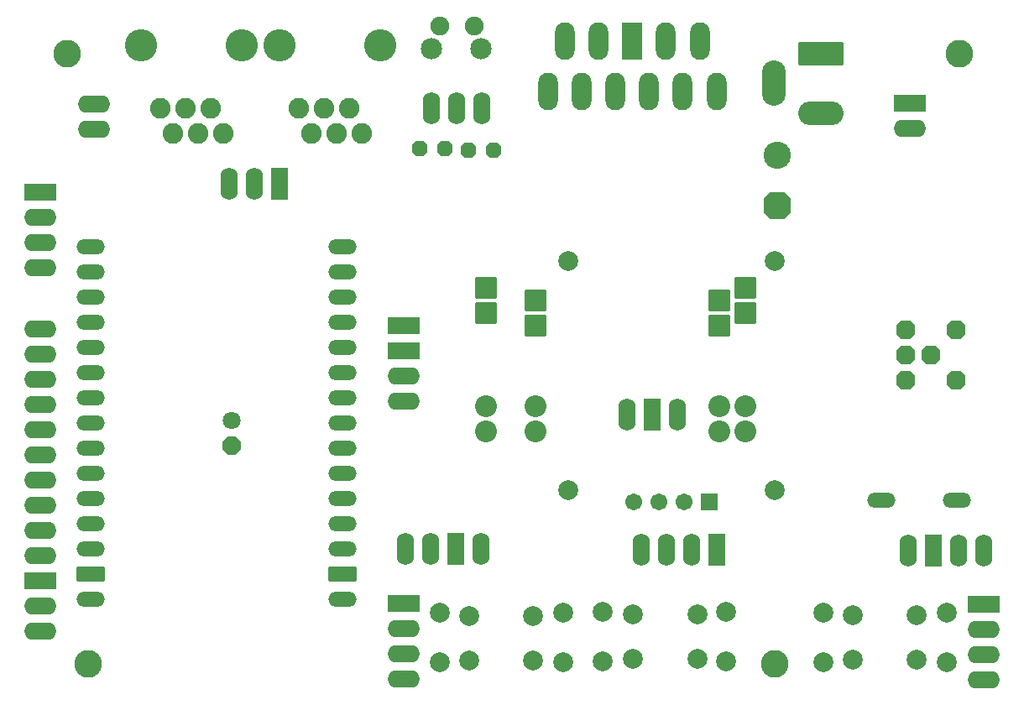
<source format=gts>
G04 #@! TF.GenerationSoftware,KiCad,Pcbnew,8.0.4*
G04 #@! TF.CreationDate,2024-08-22T17:22:31+02:00*
G04 #@! TF.ProjectId,CENTRALE,43454e54-5241-44c4-952e-6b696361645f,rev?*
G04 #@! TF.SameCoordinates,Original*
G04 #@! TF.FileFunction,Soldermask,Top*
G04 #@! TF.FilePolarity,Negative*
%FSLAX46Y46*%
G04 Gerber Fmt 4.6, Leading zero omitted, Abs format (unit mm)*
G04 Created by KiCad (PCBNEW 8.0.4) date 2024-08-22 17:22:31*
%MOMM*%
%LPD*%
G01*
G04 APERTURE LIST*
G04 Aperture macros list*
%AMRoundRect*
0 Rectangle with rounded corners*
0 $1 Rounding radius*
0 $2 $3 $4 $5 $6 $7 $8 $9 X,Y pos of 4 corners*
0 Add a 4 corners polygon primitive as box body*
4,1,4,$2,$3,$4,$5,$6,$7,$8,$9,$2,$3,0*
0 Add four circle primitives for the rounded corners*
1,1,$1+$1,$2,$3*
1,1,$1+$1,$4,$5*
1,1,$1+$1,$6,$7*
1,1,$1+$1,$8,$9*
0 Add four rect primitives between the rounded corners*
20,1,$1+$1,$2,$3,$4,$5,0*
20,1,$1+$1,$4,$5,$6,$7,0*
20,1,$1+$1,$6,$7,$8,$9,0*
20,1,$1+$1,$8,$9,$2,$3,0*%
%AMFreePoly0*
4,1,25,0.389919,0.742596,0.402042,0.732242,0.732242,0.402042,0.760749,0.346094,0.762000,0.330200,0.762000,-0.330200,0.742596,-0.389919,0.732242,-0.402042,0.402042,-0.732242,0.346094,-0.760749,0.330200,-0.762000,-0.330200,-0.762000,-0.389919,-0.742596,-0.402042,-0.732242,-0.732242,-0.402042,-0.760749,-0.346094,-0.762000,-0.330200,-0.762000,0.330200,-0.742596,0.389919,-0.732242,0.402042,
-0.402042,0.732242,-0.346094,0.760749,-0.330200,0.762000,0.330200,0.762000,0.389919,0.742596,0.389919,0.742596,$1*%
%AMFreePoly1*
4,1,25,0.459769,0.882296,0.471892,0.871942,0.871942,0.471892,0.900449,0.415944,0.901700,0.400050,0.901700,-0.400050,0.882296,-0.459769,0.871942,-0.471892,0.471892,-0.871942,0.415944,-0.900449,0.400050,-0.901700,-0.400050,-0.901700,-0.459769,-0.882296,-0.471892,-0.871942,-0.871942,-0.471892,-0.900449,-0.415944,-0.901700,-0.400050,-0.901700,0.400050,-0.882296,0.459769,-0.871942,0.471892,
-0.471892,0.871942,-0.415944,0.900449,-0.400050,0.901700,0.400050,0.901700,0.459769,0.882296,0.459769,0.882296,$1*%
%AMFreePoly2*
4,1,25,0.478819,0.920396,0.490942,0.910042,0.910042,0.490942,0.938549,0.434994,0.939800,0.419100,0.939800,-0.419100,0.920396,-0.478819,0.910042,-0.490942,0.490942,-0.910042,0.434994,-0.938549,0.419100,-0.939800,-0.419100,-0.939800,-0.478819,-0.920396,-0.490942,-0.910042,-0.910042,-0.490942,-0.938549,-0.434994,-0.939800,-0.419100,-0.939800,0.419100,-0.920396,0.478819,-0.910042,0.490942,
-0.490942,0.910042,-0.434994,0.938549,-0.419100,0.939800,0.419100,0.939800,0.478819,0.920396,0.478819,0.920396,$1*%
%AMFreePoly3*
4,1,25,0.694719,1.352196,0.706842,1.341842,1.341842,0.706842,1.370349,0.650894,1.371600,0.635000,1.371600,-0.635000,1.352196,-0.694719,1.341842,-0.706842,0.706842,-1.341842,0.650894,-1.370349,0.635000,-1.371600,-0.635000,-1.371600,-0.694719,-1.352196,-0.706842,-1.341842,-1.341842,-0.706842,-1.370349,-0.650894,-1.371600,-0.635000,-1.371600,0.635000,-1.352196,0.694719,-1.341842,0.706842,
-0.706842,1.341842,-0.650894,1.370349,-0.635000,1.371600,0.635000,1.371600,0.694719,1.352196,0.694719,1.352196,$1*%
G04 Aperture macros list end*
%ADD10C,2.003200*%
%ADD11O,3.251200X1.727200*%
%ADD12RoundRect,0.101600X1.524000X0.762000X-1.524000X0.762000X-1.524000X-0.762000X1.524000X-0.762000X0*%
%ADD13RoundRect,0.101600X-1.524000X-0.762000X1.524000X-0.762000X1.524000X0.762000X-1.524000X0.762000X0*%
%ADD14O,2.844800X1.524000*%
%ADD15RoundRect,0.101600X-1.320800X-0.660400X1.320800X-0.660400X1.320800X0.660400X-1.320800X0.660400X0*%
%ADD16RoundRect,0.101600X-2.184400X-1.092200X2.184400X-1.092200X2.184400X1.092200X-2.184400X1.092200X0*%
%ADD17O,2.387600X4.572000*%
%ADD18O,4.572000X2.387600*%
%ADD19FreePoly0,180.000000*%
%ADD20C,1.803400*%
%ADD21FreePoly1,270.000000*%
%ADD22C,1.903200*%
%ADD23FreePoly2,270.000000*%
%ADD24C,2.800000*%
%ADD25FreePoly0,0.000000*%
%ADD26RoundRect,0.101600X1.000000X1.000000X-1.000000X1.000000X-1.000000X-1.000000X1.000000X-1.000000X0*%
%ADD27C,2.203200*%
%ADD28C,2.743200*%
%ADD29FreePoly3,270.000000*%
%ADD30C,3.251200*%
%ADD31C,2.082800*%
%ADD32C,2.000000*%
%ADD33O,1.727200X3.251200*%
%ADD34RoundRect,0.101600X0.762000X-1.524000X0.762000X1.524000X-0.762000X1.524000X-0.762000X-1.524000X0*%
%ADD35O,2.003200X3.803200*%
%ADD36RoundRect,0.101600X0.900000X-1.800000X0.900000X1.800000X-0.900000X1.800000X-0.900000X-1.800000X0*%
%ADD37RoundRect,0.101600X-0.762000X1.524000X-0.762000X-1.524000X0.762000X-1.524000X0.762000X1.524000X0*%
%ADD38RoundRect,0.101600X0.754000X0.754000X-0.754000X0.754000X-0.754000X-0.754000X0.754000X-0.754000X0*%
%ADD39C,1.711200*%
%ADD40C,2.153200*%
G04 APERTURE END LIST*
D10*
X157552443Y-131675491D03*
X170052443Y-131675491D03*
X157552443Y-136675491D03*
X170052443Y-136675491D03*
X141134134Y-131720000D03*
X153634134Y-131720000D03*
X141134134Y-136720000D03*
X153634134Y-136720000D03*
D11*
X188587106Y-82854891D03*
D12*
X188587106Y-80314891D03*
D11*
X137487234Y-110364094D03*
X137487234Y-107824094D03*
D12*
X137487234Y-105284094D03*
X137487234Y-102744094D03*
D13*
X196003243Y-130868219D03*
D11*
X196003243Y-133408219D03*
X196003243Y-135948219D03*
X196003243Y-138488219D03*
D14*
X131356100Y-130410000D03*
X105956100Y-130410000D03*
X105956100Y-94850000D03*
D15*
X131356100Y-127870000D03*
X105956100Y-127870000D03*
D14*
X131356100Y-122790000D03*
X131356100Y-120250000D03*
X131356100Y-112630000D03*
X105956100Y-122790000D03*
X105956100Y-125330000D03*
X105956100Y-120250000D03*
X131356100Y-125330000D03*
X131356100Y-117710000D03*
X131356100Y-115170000D03*
X131356100Y-110090000D03*
X131356100Y-107550000D03*
X131356100Y-105010000D03*
X131356100Y-97390000D03*
X131356100Y-94850000D03*
X105956100Y-112630000D03*
X105956100Y-115170000D03*
X105956100Y-117710000D03*
X105956100Y-107550000D03*
X105956100Y-110090000D03*
X105956100Y-102470000D03*
X105956100Y-105010000D03*
X105956100Y-97390000D03*
X105956100Y-99930000D03*
X131356100Y-102470000D03*
X131356100Y-99930000D03*
D16*
X179616100Y-75343522D03*
D17*
X174816100Y-78343522D03*
D18*
X179616100Y-81343522D03*
D19*
X146588500Y-85054319D03*
X144048500Y-85054319D03*
D14*
X193310137Y-120414672D03*
X185690137Y-120414672D03*
D10*
X179822946Y-131720000D03*
X192322946Y-131720000D03*
X179822946Y-136720000D03*
X192322946Y-136720000D03*
D20*
X120168403Y-112368154D03*
D21*
X120168403Y-114908154D03*
D22*
X144631940Y-72580816D03*
X141131940Y-72580816D03*
D23*
X188152243Y-103177500D03*
X188152243Y-105717500D03*
X188152243Y-108257500D03*
X193232243Y-103177500D03*
X190692243Y-105717500D03*
X193232243Y-108257500D03*
D11*
X100876100Y-133620757D03*
X100876100Y-131080757D03*
D12*
X100876100Y-128540757D03*
D11*
X100876100Y-126000757D03*
X100876100Y-123460757D03*
X100876100Y-120920757D03*
X100876100Y-118380757D03*
X100876100Y-115840757D03*
X100876100Y-113300757D03*
X100876100Y-110760757D03*
X100876100Y-108220757D03*
X100876100Y-105680757D03*
X100876100Y-103140757D03*
D24*
X105662762Y-136869144D03*
D25*
X139086431Y-84920313D03*
X141626431Y-84920313D03*
D26*
X171948675Y-101543579D03*
X171948675Y-99003579D03*
D27*
X171948675Y-113481579D03*
X171948675Y-110941579D03*
D26*
X145786675Y-101543579D03*
X145786675Y-99003579D03*
D27*
X145786675Y-113481579D03*
X145786675Y-110941579D03*
D28*
X175212265Y-85583235D03*
D29*
X175212265Y-90663235D03*
D30*
X121196100Y-74533522D03*
X111036100Y-74533522D03*
D31*
X119291100Y-83423522D03*
X118021100Y-80883522D03*
X116751100Y-83423522D03*
X115481100Y-80883522D03*
X114211100Y-83423522D03*
X112941100Y-80883522D03*
D32*
X182787754Y-131970493D03*
X189287754Y-131970493D03*
X182787754Y-136470493D03*
X189287754Y-136470493D03*
D33*
X119926100Y-88500000D03*
X122466100Y-88500000D03*
D34*
X125006100Y-88500000D03*
D13*
X100876100Y-89297522D03*
D11*
X100876100Y-91837522D03*
X100876100Y-94377522D03*
X100876100Y-96917522D03*
D35*
X152066100Y-79137522D03*
X153766100Y-74057522D03*
X155466100Y-79137522D03*
X157166100Y-74057522D03*
X158866100Y-79137522D03*
D36*
X160566100Y-74057522D03*
D35*
X162266100Y-79137522D03*
X163966100Y-74057522D03*
X165666100Y-79137522D03*
X167366100Y-74057522D03*
X169066100Y-79137522D03*
D26*
X169344393Y-102737785D03*
X169344393Y-100197785D03*
D27*
X169344393Y-113405785D03*
X169344393Y-110865785D03*
D26*
X150802393Y-102737785D03*
X150802393Y-100197785D03*
D27*
X150802393Y-113405785D03*
X150802393Y-110865785D03*
D33*
X188385893Y-125452275D03*
D34*
X190925893Y-125452275D03*
D33*
X193465893Y-125452275D03*
X196005893Y-125452275D03*
X145326100Y-125330000D03*
D37*
X142786100Y-125330000D03*
D33*
X140246100Y-125330000D03*
X137706100Y-125330000D03*
D24*
X103538743Y-75327522D03*
D30*
X135166100Y-74533522D03*
X125006100Y-74533522D03*
D31*
X133261100Y-83423522D03*
X131991100Y-80883522D03*
X130721100Y-83423522D03*
X129451100Y-80883522D03*
X128181100Y-83423522D03*
X126911100Y-80883522D03*
D11*
X106272871Y-82947522D03*
X106272871Y-80407522D03*
D32*
X174932815Y-119384238D03*
X174932815Y-96270238D03*
X154104815Y-119384238D03*
X154104815Y-96270238D03*
D38*
X168328815Y-120527238D03*
D39*
X165788815Y-120527238D03*
X163248815Y-120527238D03*
X160708815Y-120527238D03*
D32*
X160627348Y-131907538D03*
X167127348Y-131907538D03*
X160627348Y-136407538D03*
X167127348Y-136407538D03*
D24*
X174928787Y-136882482D03*
D33*
X140341937Y-80858207D03*
X142881937Y-80858207D03*
X145421937Y-80858207D03*
D40*
X145286100Y-74806291D03*
X140286100Y-74806291D03*
D33*
X161493034Y-125411338D03*
X164033034Y-125411338D03*
X166573034Y-125411338D03*
D34*
X169113034Y-125411338D03*
D32*
X144093696Y-132049854D03*
X150593696Y-132049854D03*
X144093696Y-136549854D03*
X150593696Y-136549854D03*
D13*
X137518646Y-130778588D03*
D11*
X137518646Y-133318588D03*
X137518646Y-135858588D03*
X137518646Y-138398588D03*
D33*
X160020000Y-111760000D03*
D34*
X162560000Y-111760000D03*
D33*
X165100000Y-111760000D03*
D24*
X193586100Y-75327522D03*
M02*

</source>
